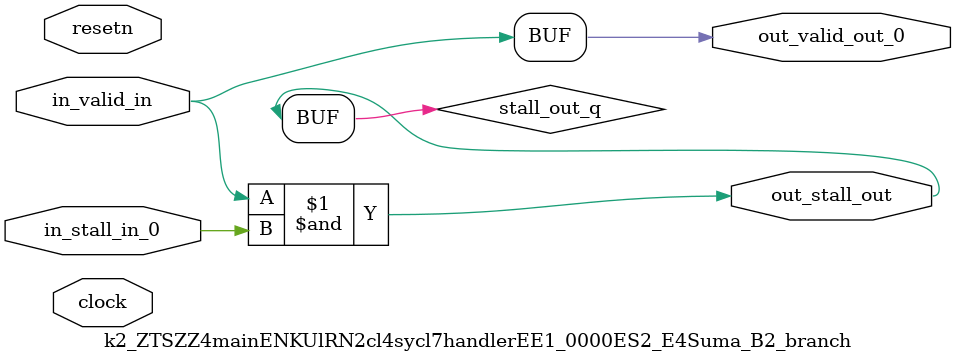
<source format=sv>



(* altera_attribute = "-name AUTO_SHIFT_REGISTER_RECOGNITION OFF; -name MESSAGE_DISABLE 10036; -name MESSAGE_DISABLE 10037; -name MESSAGE_DISABLE 14130; -name MESSAGE_DISABLE 14320; -name MESSAGE_DISABLE 15400; -name MESSAGE_DISABLE 14130; -name MESSAGE_DISABLE 10036; -name MESSAGE_DISABLE 12020; -name MESSAGE_DISABLE 12030; -name MESSAGE_DISABLE 12010; -name MESSAGE_DISABLE 12110; -name MESSAGE_DISABLE 14320; -name MESSAGE_DISABLE 13410; -name MESSAGE_DISABLE 113007; -name MESSAGE_DISABLE 10958" *)
module k2_ZTSZZ4mainENKUlRN2cl4sycl7handlerEE1_0000ES2_E4Suma_B2_branch (
    input wire [0:0] in_stall_in_0,
    input wire [0:0] in_valid_in,
    output wire [0:0] out_stall_out,
    output wire [0:0] out_valid_out_0,
    input wire clock,
    input wire resetn
    );

    wire [0:0] stall_out_q;


    // stall_out(LOGICAL,6)
    assign stall_out_q = in_valid_in & in_stall_in_0;

    // out_stall_out(GPOUT,4)
    assign out_stall_out = stall_out_q;

    // out_valid_out_0(GPOUT,5)
    assign out_valid_out_0 = in_valid_in;

endmodule

</source>
